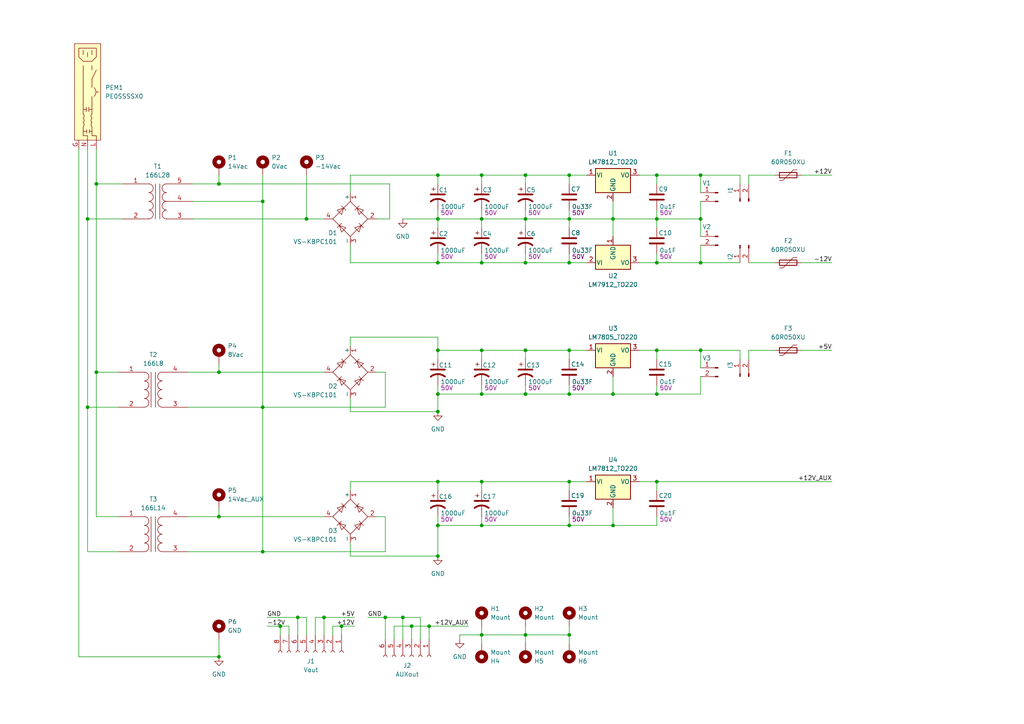
<source format=kicad_sch>
(kicad_sch (version 20250114) (generator "eeschema") (generator_version "9.0")
  (paper "A4")
  (title_block (title "Monitoring PSU") (date "2026-01-25") (rev "1") (comment 1 "ZOE Module: PSU-002"))
  (lib_symbols
    (symbol "Connector:Conn_01x02_Pin" (pin_names (offset 1.016) (hide yes))
      (property "Reference" "J" (at 0 2.54 0))
      (property "Value" "Conn_01x02_Pin" (at 0 -5.08 0))
      (symbol "Conn_01x02_Pin_1_1"
        (rectangle (start 0.8636 0.127) (end 0 -0.127) (stroke (width 0.1524)) (fill (type outline)))
        (rectangle (start 0.8636 -2.413) (end 0 -2.667) (stroke (width 0.1524)) (fill (type outline)))
        (polyline (pts (xy 1.27 0) (xy 0.8636 0)) (stroke (width 0.1524)))
        (polyline (pts (xy 1.27 -2.54) (xy 0.8636 -2.54)) (stroke (width 0.1524)))
        (pin passive line (at 5.08 0 180) (length 3.81) (name "Pin_1") (number "1"))
        (pin passive line (at 5.08 -2.54 180) (length 3.81) (name "Pin_2") (number "2"))
      )
    )
    (symbol "Connector:Conn_01x06_Socket" (pin_names (offset 1.016) (hide yes))
      (property "Reference" "J" (at 0 7.62 0))
      (property "Value" "Conn_01x06_Socket" (at 0 -10.16 0))
      (symbol "Conn_01x06_Socket_1_1"
        (polyline (pts (xy -1.27 5.08) (xy -0.508 5.08)) (stroke (width 0.1524)))
        (polyline (pts (xy -1.27 2.54) (xy -0.508 2.54)) (stroke (width 0.1524)))
        (polyline (pts (xy -1.27 0) (xy -0.508 0)) (stroke (width 0.1524)))
        (polyline (pts (xy -1.27 -2.54) (xy -0.508 -2.54)) (stroke (width 0.1524)))
        (polyline (pts (xy -1.27 -5.08) (xy -0.508 -5.08)) (stroke (width 0.1524)))
        (polyline (pts (xy -1.27 -7.62) (xy -0.508 -7.62)) (stroke (width 0.1524)))
        (arc (start 0 4.572) (mid -0.5058 5.08) (end 0 5.588) (stroke (width 0.1524)))
        (arc (start 0 2.032) (mid -0.5058 2.54) (end 0 3.048) (stroke (width 0.1524)))
        (arc (start 0 -0.508) (mid -0.5058 0) (end 0 0.508) (stroke (width 0.1524)))
        (arc (start 0 -3.048) (mid -0.5058 -2.54) (end 0 -2.032) (stroke (width 0.1524)))
        (arc (start 0 -5.588) (mid -0.5058 -5.08) (end 0 -4.572) (stroke (width 0.1524)))
        (arc (start 0 -8.128) (mid -0.5058 -7.62) (end 0 -7.112) (stroke (width 0.1524)))
        (pin passive line (at -5.08 5.08 0) (length 3.81) (name "Pin_1") (number "1"))
        (pin passive line (at -5.08 2.54 0) (length 3.81) (name "Pin_2") (number "2"))
        (pin passive line (at -5.08 0 0) (length 3.81) (name "Pin_3") (number "3"))
        (pin passive line (at -5.08 -2.54 0) (length 3.81) (name "Pin_4") (number "4"))
        (pin passive line (at -5.08 -5.08 0) (length 3.81) (name "Pin_5") (number "5"))
        (pin passive line (at -5.08 -7.62 0) (length 3.81) (name "Pin_6") (number "6"))
      )
    )
    (symbol "Connector:Conn_01x08_Socket" (pin_names (offset 1.016) (hide yes))
      (property "Reference" "J" (at 0 10.16 0))
      (property "Value" "Conn_01x08_Socket" (at 0 -12.7 0))
      (symbol "Conn_01x08_Socket_1_1"
        (polyline (pts (xy -1.27 7.62) (xy -0.508 7.62)) (stroke (width 0.1524)))
        (polyline (pts (xy -1.27 5.08) (xy -0.508 5.08)) (stroke (width 0.1524)))
        (polyline (pts (xy -1.27 2.54) (xy -0.508 2.54)) (stroke (width 0.1524)))
        (polyline (pts (xy -1.27 0) (xy -0.508 0)) (stroke (width 0.1524)))
        (polyline (pts (xy -1.27 -2.54) (xy -0.508 -2.54)) (stroke (width 0.1524)))
        (polyline (pts (xy -1.27 -5.08) (xy -0.508 -5.08)) (stroke (width 0.1524)))
        (polyline (pts (xy -1.27 -7.62) (xy -0.508 -7.62)) (stroke (width 0.1524)))
        (polyline (pts (xy -1.27 -10.16) (xy -0.508 -10.16)) (stroke (width 0.1524)))
        (arc (start 0 7.112) (mid -0.5058 7.62) (end 0 8.128) (stroke (width 0.1524)))
        (arc (start 0 4.572) (mid -0.5058 5.08) (end 0 5.588) (stroke (width 0.1524)))
        (arc (start 0 2.032) (mid -0.5058 2.54) (end 0 3.048) (stroke (width 0.1524)))
        (arc (start 0 -0.508) (mid -0.5058 0) (end 0 0.508) (stroke (width 0.1524)))
        (arc (start 0 -3.048) (mid -0.5058 -2.54) (end 0 -2.032) (stroke (width 0.1524)))
        (arc (start 0 -5.588) (mid -0.5058 -5.08) (end 0 -4.572) (stroke (width 0.1524)))
        (arc (start 0 -8.128) (mid -0.5058 -7.62) (end 0 -7.112) (stroke (width 0.1524)))
        (arc (start 0 -10.668) (mid -0.5058 -10.16) (end 0 -9.652) (stroke (width 0.1524)))
        (pin passive line (at -5.08 7.62 0) (length 3.81) (name "Pin_1") (number "1"))
        (pin passive line (at -5.08 5.08 0) (length 3.81) (name "Pin_2") (number "2"))
        (pin passive line (at -5.08 2.54 0) (length 3.81) (name "Pin_3") (number "3"))
        (pin passive line (at -5.08 0 0) (length 3.81) (name "Pin_4") (number "4"))
        (pin passive line (at -5.08 -2.54 0) (length 3.81) (name "Pin_5") (number "5"))
        (pin passive line (at -5.08 -5.08 0) (length 3.81) (name "Pin_6") (number "6"))
        (pin passive line (at -5.08 -7.62 0) (length 3.81) (name "Pin_7") (number "7"))
        (pin passive line (at -5.08 -10.16 0) (length 3.81) (name "Pin_8") (number "8"))
      )
    )
    (symbol "Device:C" (pin_numbers (hide yes)) (pin_names (offset 0.254))
      (property "Reference" "C" (at 0.635 2.54 0))
      (property "Value" "C" (at 0.635 -2.54 0))
      (symbol "C_0_1"
        (polyline (pts (xy -2.032 0.762) (xy 2.032 0.762)) (stroke (width 0.508)))
        (polyline (pts (xy -2.032 -0.762) (xy 2.032 -0.762)) (stroke (width 0.508)))
      )
      (symbol "C_1_1"
        (pin passive line (at 0 3.81 270) (length 2.794) (name "~") (number "1"))
        (pin passive line (at 0 -3.81 90) (length 2.794) (name "~") (number "2"))
      )
    )
    (symbol "Device:C_Polarized_US" (pin_numbers (hide yes)) (pin_names (offset 0.254) (hide yes))
      (property "Reference" "C" (at 0.635 2.54 0))
      (property "Value" "C_Polarized_US" (at 0.635 -2.54 0))
      (symbol "C_Polarized_US_0_1"
        (polyline (pts (xy -2.032 0.762) (xy 2.032 0.762)) (stroke (width 0.508)))
        (polyline (pts (xy -1.778 2.286) (xy -0.762 2.286)))
        (polyline (pts (xy -1.27 1.778) (xy -1.27 2.794)))
        (arc (start -2.032 -1.27) (mid 0 -0.5572) (end 2.032 -1.27) (stroke (width 0.508)))
      )
      (symbol "C_Polarized_US_1_1"
        (pin passive line (at 0 3.81 270) (length 2.794) (name "~") (number "1"))
        (pin passive line (at 0 -3.81 90) (length 3.302) (name "~") (number "2"))
      )
    )
    (symbol "Device:Polyfuse" (pin_numbers (hide yes)) (pin_names (offset 0))
      (property "Reference" "F" (at -2.54 0 90))
      (property "Value" "Polyfuse" (at 2.54 0 90))
      (symbol "Polyfuse_0_1"
        (polyline (pts (xy -1.524 2.54) (xy -1.524 1.524) (xy 1.524 -1.524) (xy 1.524 -2.54)))
        (rectangle (start -0.762 2.54) (end 0.762 -2.54) (stroke (width 0.254)))
        (polyline (pts (xy 0 2.54) (xy 0 -2.54)))
      )
      (symbol "Polyfuse_1_1"
        (pin passive line (at 0 3.81 270) (length 1.27) (name "~") (number "1"))
        (pin passive line (at 0 -3.81 90) (length 1.27) (name "~") (number "2"))
      )
    )
    (symbol "Device:Transformer_1P_1S" (pin_names (offset 1.016) (hide yes))
      (property "Reference" "T" (at 0 6.35 0))
      (property "Value" "Transformer_1P_1S" (at 0 -7.62 0))
      (symbol "Transformer_1P_1S_0_1"
        (arc (start -1.27 3.81) (mid -1.656 2.9336) (end -2.54 2.5654))
        (arc (start -1.27 1.27) (mid -1.656 0.3936) (end -2.54 0.0254))
        (arc (start -1.27 -1.27) (mid -1.656 -2.1464) (end -2.54 -2.5146))
        (arc (start -1.27 -3.81) (mid -1.656 -4.6864) (end -2.54 -5.0546))
        (arc (start -2.54 5.08) (mid -1.642 4.708) (end -1.27 3.81))
        (arc (start -2.54 2.54) (mid -1.642 2.168) (end -1.27 1.27))
        (arc (start -2.54 0) (mid -1.642 -0.372) (end -1.27 -1.27))
        (arc (start -2.54 -2.54) (mid -1.642 -2.912) (end -1.27 -3.81))
        (polyline (pts (xy -0.635 5.08) (xy -0.635 -5.08)))
        (polyline (pts (xy 0.635 -5.08) (xy 0.635 5.08)))
        (arc (start 1.2954 3.81) (mid 1.6457 4.7117) (end 2.54 5.08))
        (arc (start 1.2954 1.27) (mid 1.6457 2.1717) (end 2.54 2.54))
        (arc (start 1.2954 -1.27) (mid 1.6457 -0.3683) (end 2.54 0))
        (arc (start 2.54 2.5654) (mid 1.6599 2.9299) (end 1.2954 3.81))
        (arc (start 2.54 0.0254) (mid 1.6599 0.3899) (end 1.2954 1.27))
        (arc (start 2.54 -2.5146) (mid 1.6599 -2.1501) (end 1.2954 -1.27))
        (arc (start 1.3208 -3.81) (mid 1.6711 -2.9085) (end 2.5654 -2.54))
        (arc (start 2.5654 -5.0546) (mid 1.6851 -4.6902) (end 1.3208 -3.81))
      )
      (symbol "Transformer_1P_1S_1_1"
        (pin passive line (at -10.16 5.08 0) (length 7.62) (name "AA") (number "1"))
        (pin passive line (at -10.16 -5.08 0) (length 7.62) (name "AB") (number "2"))
        (pin passive line (at 10.16 5.08 180) (length 7.62) (name "SB") (number "4"))
        (pin passive line (at 10.16 -5.08 180) (length 7.62) (name "SA") (number "3"))
      )
    )
    (symbol "Device:Transformer_1P_SS" (pin_names (offset 1.016) (hide yes))
      (property "Reference" "T" (at 0 6.35 0))
      (property "Value" "Transformer_1P_SS" (at 0 -7.62 0))
      (symbol "Transformer_1P_SS_0_1"
        (arc (start -1.27 3.81) (mid -1.656 2.9336) (end -2.54 2.5654))
        (arc (start -1.27 1.27) (mid -1.656 0.3936) (end -2.54 0.0254))
        (arc (start -1.27 -1.27) (mid -1.656 -2.1464) (end -2.54 -2.5146))
        (arc (start -1.27 -3.81) (mid -1.656 -4.6864) (end -2.54 -5.0546))
        (arc (start -2.54 5.08) (mid -1.642 4.708) (end -1.27 3.81))
        (arc (start -2.54 2.54) (mid -1.642 2.168) (end -1.27 1.27))
        (arc (start -2.54 0) (mid -1.642 -0.372) (end -1.27 -1.27))
        (arc (start -2.54 -2.54) (mid -1.642 -2.912) (end -1.27 -3.81))
        (polyline (pts (xy -0.635 5.08) (xy -0.635 -5.08)))
        (polyline (pts (xy 0.635 -5.08) (xy 0.635 5.08)))
        (arc (start 1.2954 3.81) (mid 1.6457 4.7117) (end 2.54 5.08))
        (arc (start 1.2954 1.27) (mid 1.6457 2.1717) (end 2.54 2.54))
        (arc (start 1.2954 -1.27) (mid 1.6457 -0.3683) (end 2.54 0))
        (arc (start 2.54 2.5654) (mid 1.6599 2.9299) (end 1.2954 3.81))
        (arc (start 2.54 0.0254) (mid 1.6599 0.3899) (end 1.2954 1.27))
        (arc (start 2.54 -2.5146) (mid 1.6599 -2.1501) (end 1.2954 -1.27))
        (arc (start 1.3208 -3.81) (mid 1.6711 -2.9085) (end 2.5654 -2.54))
        (arc (start 2.5654 -5.0546) (mid 1.6851 -4.6902) (end 1.3208 -3.81))
      )
      (symbol "Transformer_1P_SS_1_1"
        (pin passive line (at -10.16 5.08 0) (length 7.62) (name "AA") (number "1"))
        (pin passive line (at -10.16 -5.08 0) (length 7.62) (name "AB") (number "2"))
        (pin passive line (at 10.16 5.08 180) (length 7.62) (name "SB") (number "5"))
        (pin passive line (at 10.16 0 180) (length 7.62) (name "SC") (number "4"))
        (pin passive line (at 10.16 -5.08 180) (length 7.62) (name "SA") (number "3"))
      )
    )
    (symbol "Diode_Bridge:VS-KBPC101" (pin_names (offset 0))
      (property "Reference" "D" (at 2.54 6.985 0))
      (property "Value" "VS-KBPC101" (at 2.54 5.08 0))
      (symbol "VS-KBPC101_0_1"
        (polyline (pts (xy -5.08 0) (xy 0 -5.08) (xy 5.08 0) (xy 0 5.08) (xy -5.08 0)))
        (polyline (pts (xy -3.81 2.54) (xy -2.54 1.27) (xy -1.905 3.175) (xy -3.81 2.54)))
        (polyline (pts (xy -2.54 3.81) (xy -1.27 2.54)))
        (polyline (pts (xy -2.54 -1.27) (xy -3.81 -2.54) (xy -1.905 -3.175) (xy -2.54 -1.27)))
        (polyline (pts (xy -1.27 -2.54) (xy -2.54 -3.81)))
        (polyline (pts (xy 1.27 2.54) (xy 2.54 3.81) (xy 3.175 1.905) (xy 1.27 2.54)))
        (polyline (pts (xy 2.54 1.27) (xy 3.81 2.54)))
        (polyline (pts (xy 2.54 -1.27) (xy 3.81 -2.54)))
        (polyline (pts (xy 3.175 -1.905) (xy 1.27 -2.54) (xy 2.54 -3.81) (xy 3.175 -1.905)))
      )
      (symbol "VS-KBPC101_1_1"
        (pin passive line (at -7.62 0 0) (length 2.54) (name "-") (number "3"))
        (pin passive line (at 0 7.62 270) (length 2.54) (name "~") (number "4"))
        (pin passive line (at 0 -7.62 90) (length 2.54) (name "~") (number "2"))
        (pin passive line (at 7.62 0 180) (length 2.54) (name "+") (number "1"))
      )
    )
    (symbol "Mechanical:MountingHole_Pad" (pin_numbers (hide yes)) (pin_names (offset 1.016) (hide yes)) (in_bom no)
      (property "Reference" "H" (at 0 6.35 0))
      (property "Value" "MountingHole_Pad" (at 0 4.445 0))
      (symbol "MountingHole_Pad_0_1"
        (circle (center 0 1.27) (radius 1.27) (stroke (width 1.27)))
      )
      (symbol "MountingHole_Pad_1_1"
        (pin input line (at 0 -2.54 90) (length 2.54) (name "1") (number "1"))
      )
    )
    (symbol "Molly_Custom_OffBoard:Corcom_PEM" (on_board no)
      (property "Reference" "PEM" (at 0 4.826 0))
      (symbol "Corcom_PEM_0_1"
        (polyline (pts (xy -12.7 -1.27) (xy -12.7 2.54) (xy -10.16 2.54) (xy -8.89 1.27) (xy -8.89 -1.27) (xy -10.16 -2.54) (xy -12.7 -2.54) (xy -12.7 -1.27)))
        (polyline (pts (xy -12.065 1.27) (xy -10.795 1.27)))
        (polyline (pts (xy -12.065 -1.27) (xy -10.795 -1.27)))
        (polyline (pts (xy -11.43 0) (xy -10.16 0)))
        (polyline (pts (xy -7.62 1.27) (xy -6.35 1.27)))
        (polyline (pts (xy -7.62 -1.27) (xy -1.27 -1.27)))
        (polyline (pts (xy -6.35 2.54) (xy -3.81 1.27)))
        (polyline (pts (xy -3.81 1.27) (xy -1.27 1.27)))
        (polyline (pts (xy -1.27 -1.27) (xy 6.35 -1.27)))
        (polyline (pts (xy 0 2.54) (xy 0 3.175)))
        (arc (start -1.27 1.905) (mid 0 2.4311) (end 1.27 1.905))
        (polyline (pts (xy 1.27 1.27) (xy 3.81 1.27)))
        (polyline (pts (xy 4.445 0.381) (xy 5.715 0.381)))
        (polyline (pts (xy 4.445 -0.381) (xy 5.715 -0.381)))
        (polyline (pts (xy 5.08 1.27) (xy 6.35 1.27)))
        (polyline (pts (xy 5.08 0.508) (xy 5.08 1.27) (xy 3.81 1.27)))
        (polyline (pts (xy 5.08 -0.508) (xy 5.08 -1.27)))
        (arc (start 7.62 1.27) (mid 6.985 1.007) (end 6.35 1.27))
        (arc (start 6.35 -1.27) (mid 6.985 -1.007) (end 7.62 -1.27))
        (arc (start 8.89 1.27) (mid 8.255 1.007) (end 7.62 1.27))
        (arc (start 7.62 -1.27) (mid 8.255 -1.007) (end 8.89 -1.27))
        (arc (start 10.16 1.27) (mid 9.525 1.007) (end 8.89 1.27))
        (arc (start 8.89 -1.27) (mid 9.525 -1.007) (end 10.16 -1.27))
        (polyline (pts (xy 10.16 1.27) (xy 11.43 1.27)))
        (polyline (pts (xy 10.16 -1.27) (xy 11.43 -1.27)))
        (polyline (pts (xy 10.922 0.508) (xy 11.938 0.508)))
        (polyline (pts (xy 10.922 -0.254) (xy 11.938 -0.254)))
        (polyline (pts (xy 11.43 1.27) (xy 12.7 1.27) (xy 12.7 2.54) (xy 13.97 2.54)))
        (polyline (pts (xy 11.43 0.508) (xy 11.43 1.27)))
        (polyline (pts (xy 11.43 -1.27) (xy 11.43 -0.254)))
        (polyline (pts (xy 13.97 0) (xy 12.7 0) (xy 12.7 -1.27) (xy 11.43 -1.27)))
      )
      (symbol "Corcom_PEM_1_1"
        (rectangle (start -13.97 3.81) (end 13.97 -3.81) (fill (type background)))
        (pin output line (at 16.51 2.54 180) (length 2.54) (name "") (number "L"))
        (pin output line (at 16.51 0 180) (length 2.54) (name "") (number "N"))
        (pin output line (at 16.51 -2.54 180) (length 2.54) (name "") (number "G"))
      )
    )
    (symbol "Regulator_Linear:LM7805_TO220" (pin_names (offset 0.254))
      (property "Reference" "U" (at -3.81 3.175 0))
      (property "Value" "LM7805_TO220" (at 0 3.175 0))
      (symbol "LM7805_TO220_0_1"
        (rectangle (start -5.08 1.905) (end 5.08 -5.08) (stroke (width 0.254)) (fill (type background)))
      )
      (symbol "LM7805_TO220_1_1"
        (pin power_in line (at -7.62 0 0) (length 2.54) (name "VI") (number "1"))
        (pin power_in line (at 0 -7.62 90) (length 2.54) (name "GND") (number "2"))
        (pin power_out line (at 7.62 0 180) (length 2.54) (name "VO") (number "3"))
      )
    )
    (symbol "Regulator_Linear:LM7812_TO220" (pin_names (offset 0.254))
      (property "Reference" "U" (at -3.81 3.175 0))
      (property "Value" "LM7812_TO220" (at 0 3.175 0))
      (symbol "LM7812_TO220_0_1"
        (rectangle (start -5.08 1.905) (end 5.08 -5.08) (stroke (width 0.254)) (fill (type background)))
      )
      (symbol "LM7812_TO220_1_1"
        (pin power_in line (at -7.62 0 0) (length 2.54) (name "VI") (number "1"))
        (pin power_in line (at 0 -7.62 90) (length 2.54) (name "GND") (number "2"))
        (pin power_out line (at 7.62 0 180) (length 2.54) (name "VO") (number "3"))
      )
    )
    (symbol "Regulator_Linear:LM7912_TO220" (pin_names (offset 0.254))
      (property "Reference" "U" (at -3.81 -3.175 0))
      (property "Value" "LM7912_TO220" (at 0 -3.175 0))
      (symbol "LM7912_TO220_0_1"
        (rectangle (start -5.08 5.08) (end 5.08 -1.905) (stroke (width 0.254)) (fill (type background)))
      )
      (symbol "LM7912_TO220_1_1"
        (pin power_in line (at -7.62 0 0) (length 2.54) (name "VI") (number "2"))
        (pin power_in line (at 0 7.62 270) (length 2.54) (name "GND") (number "1"))
        (pin power_out line (at 7.62 0 180) (length 2.54) (name "VO") (number "3"))
      )
    )
    (symbol "power:GND" (power) (pin_numbers (hide yes)) (pin_names (offset 0) (hide yes))
      (property "Value" "GND" (at 0 -3.81 0))
      (symbol "GND_0_1"
        (polyline (pts (xy 0 0) (xy 0 -1.27) (xy 1.27 -1.27) (xy 0 -2.54) (xy -1.27 -1.27) (xy 0 -1.27)))
      )
      (symbol "GND_1_1"
        (pin power_in line (at 0 0 270) (length 0) (name "~") (number "1"))
      )
    )
  )
  (junction (at 165.1 114.3))
  (junction (at 152.4 114.3))
  (junction (at 111.76 179.07))
  (junction (at 27.94 53.34))
  (junction (at 139.7 101.6))
  (junction (at 139.7 152.4))
  (junction (at 86.36 179.07))
  (junction (at 190.5 101.6))
  (junction (at 177.8 152.4))
  (junction (at 139.7 50.8))
  (junction (at 203.2 50.8))
  (junction (at 203.2 101.6))
  (junction (at 127 139.7))
  (junction (at 127 152.4))
  (junction (at 165.1 184.15))
  (junction (at 63.5 190.5))
  (junction (at 139.7 63.5))
  (junction (at 63.5 107.95))
  (junction (at 25.4 63.5))
  (junction (at 165.1 63.5))
  (junction (at 127 161.29))
  (junction (at 139.7 76.2))
  (junction (at 152.4 76.2))
  (junction (at 63.5 149.86))
  (junction (at 93.98 179.07))
  (junction (at 63.5 53.34))
  (junction (at 177.8 63.5))
  (junction (at 203.2 76.2))
  (junction (at 99.06 181.61))
  (junction (at 25.4 118.11))
  (junction (at 165.1 152.4))
  (junction (at 127 114.3))
  (junction (at 152.4 50.8))
  (junction (at 152.4 63.5))
  (junction (at 76.2 58.42))
  (junction (at 165.1 76.2))
  (junction (at 124.46 181.61))
  (junction (at 190.5 76.2))
  (junction (at 116.84 179.07))
  (junction (at 190.5 114.3))
  (junction (at 127 50.8))
  (junction (at 139.7 139.7))
  (junction (at 203.2 63.5))
  (junction (at 127 63.5))
  (junction (at 190.5 50.8))
  (junction (at 119.38 181.61))
  (junction (at 152.4 101.6))
  (junction (at 81.28 181.61))
  (junction (at 27.94 107.95))
  (junction (at 152.4 184.15))
  (junction (at 76.2 118.11))
  (junction (at 165.1 50.8))
  (junction (at 165.1 139.7))
  (junction (at 88.9 63.5))
  (junction (at 177.8 114.3))
  (junction (at 139.7 114.3))
  (junction (at 190.5 139.7))
  (junction (at 127 101.6))
  (junction (at 127 76.2))
  (junction (at 165.1 101.6))
  (junction (at 190.5 63.5))
  (junction (at 139.7 184.15))
  (junction (at 76.2 160.02))
  (junction (at 127 119.38))
  (wire (pts (xy 139.7 139.7) (xy 139.7 142.24)))
  (wire (pts (xy 101.6 50.8) (xy 127 50.8)))
  (wire (pts (xy 139.7 60.96) (xy 139.7 63.5)))
  (wire (pts (xy 111.76 107.95) (xy 109.22 107.95)))
  (wire (pts (xy 127 63.5) (xy 127 66.04)))
  (wire (pts (xy 232.41 50.8) (xy 241.3 50.8)))
  (wire (pts (xy 152.4 50.8) (xy 152.4 53.34)))
  (wire (pts (xy 165.1 63.5) (xy 177.8 63.5)))
  (wire (pts (xy 99.06 181.61) (xy 99.06 184.15)))
  (wire (pts (xy 127 104.14) (xy 127 101.6)))
  (wire (pts (xy 76.2 118.11) (xy 111.76 118.11)))
  (wire (pts (xy 101.6 142.24) (xy 101.6 139.7)))
  (wire (pts (xy 152.4 114.3) (xy 139.7 114.3)))
  (wire (pts (xy 190.5 152.4) (xy 190.5 149.86)))
  (wire (pts (xy 127 76.2) (xy 139.7 76.2)))
  (wire (pts (xy 114.3 181.61) (xy 114.3 185.42)))
  (wire (pts (xy 190.5 101.6) (xy 190.5 104.14)))
  (wire (pts (xy 88.9 63.5) (xy 88.9 50.8)))
  (wire (pts (xy 91.44 179.07) (xy 93.98 179.07)))
  (wire (pts (xy 99.06 181.61) (xy 102.87 181.61)))
  (wire (pts (xy 135.89 181.61) (xy 124.46 181.61)))
  (wire (pts (xy 139.7 114.3) (xy 127 114.3)))
  (wire (pts (xy 190.5 76.2) (xy 203.2 76.2)))
  (wire (pts (xy 121.92 185.42) (xy 121.92 179.07)))
  (wire (pts (xy 177.8 63.5) (xy 177.8 68.58)))
  (wire (pts (xy 83.82 184.15) (xy 83.82 181.61)))
  (wire (pts (xy 101.6 97.79) (xy 127 97.79)))
  (wire (pts (xy 214.63 101.6) (xy 214.63 104.14)))
  (wire (pts (xy 76.2 58.42) (xy 76.2 118.11)))
  (wire (pts (xy 63.5 185.42) (xy 63.5 190.5)))
  (wire (pts (xy 25.4 118.11) (xy 34.29 118.11)))
  (wire (pts (xy 139.7 184.15) (xy 152.4 184.15)))
  (wire (pts (xy 121.92 179.07) (xy 116.84 179.07)))
  (wire (pts (xy 119.38 181.61) (xy 119.38 185.42)))
  (wire (pts (xy 139.7 76.2) (xy 152.4 76.2)))
  (wire (pts (xy 190.5 60.96) (xy 190.5 63.5)))
  (wire (pts (xy 217.17 53.34) (xy 217.17 50.8)))
  (wire (pts (xy 116.84 179.07) (xy 116.84 185.42)))
  (wire (pts (xy 34.29 149.86) (xy 27.94 149.86)))
  (wire (pts (xy 54.61 107.95) (xy 63.5 107.95)))
  (wire (pts (xy 190.5 50.8) (xy 203.2 50.8)))
  (wire (pts (xy 190.5 50.8) (xy 190.5 53.34)))
  (wire (pts (xy 165.1 111.76) (xy 165.1 114.3)))
  (wire (pts (xy 152.4 111.76) (xy 152.4 114.3)))
  (wire (pts (xy 165.1 139.7) (xy 170.18 139.7)))
  (wire (pts (xy 133.35 184.15) (xy 139.7 184.15)))
  (wire (pts (xy 165.1 101.6) (xy 165.1 104.14)))
  (wire (pts (xy 127 60.96) (xy 127 63.5)))
  (wire (pts (xy 133.35 184.15) (xy 133.35 185.42)))
  (wire (pts (xy 93.98 179.07) (xy 102.87 179.07)))
  (wire (pts (xy 139.7 73.66) (xy 139.7 76.2)))
  (wire (pts (xy 165.1 101.6) (xy 170.18 101.6)))
  (wire (pts (xy 165.1 76.2) (xy 170.18 76.2)))
  (wire (pts (xy 22.86 190.5) (xy 22.86 43.18)))
  (wire (pts (xy 127 63.5) (xy 139.7 63.5)))
  (wire (pts (xy 217.17 104.14) (xy 217.17 101.6)))
  (wire (pts (xy 127 50.8) (xy 139.7 50.8)))
  (wire (pts (xy 152.4 101.6) (xy 152.4 104.14)))
  (wire (pts (xy 177.8 58.42) (xy 177.8 63.5)))
  (wire (pts (xy 190.5 114.3) (xy 203.2 114.3)))
  (wire (pts (xy 139.7 101.6) (xy 139.7 104.14)))
  (wire (pts (xy 232.41 101.6) (xy 241.3 101.6)))
  (wire (pts (xy 165.1 114.3) (xy 152.4 114.3)))
  (wire (pts (xy 232.41 76.2) (xy 241.3 76.2)))
  (wire (pts (xy 152.4 73.66) (xy 152.4 76.2)))
  (wire (pts (xy 127 152.4) (xy 139.7 152.4)))
  (wire (pts (xy 152.4 50.8) (xy 165.1 50.8)))
  (wire (pts (xy 139.7 63.5) (xy 152.4 63.5)))
  (wire (pts (xy 54.61 118.11) (xy 76.2 118.11)))
  (wire (pts (xy 139.7 149.86) (xy 139.7 152.4)))
  (wire (pts (xy 165.1 181.61) (xy 165.1 184.15)))
  (wire (pts (xy 139.7 50.8) (xy 139.7 53.34)))
  (wire (pts (xy 119.38 181.61) (xy 124.46 181.61)))
  (wire (pts (xy 101.6 139.7) (xy 127 139.7)))
  (wire (pts (xy 111.76 118.11) (xy 111.76 107.95)))
  (wire (pts (xy 139.7 63.5) (xy 139.7 66.04)))
  (wire (pts (xy 139.7 111.76) (xy 139.7 114.3)))
  (wire (pts (xy 139.7 152.4) (xy 165.1 152.4)))
  (wire (pts (xy 165.1 152.4) (xy 177.8 152.4)))
  (wire (pts (xy 91.44 184.15) (xy 91.44 179.07)))
  (wire (pts (xy 63.5 53.34) (xy 113.03 53.34)))
  (wire (pts (xy 127 152.4) (xy 127 161.29)))
  (wire (pts (xy 111.76 160.02) (xy 111.76 149.86)))
  (wire (pts (xy 77.47 181.61) (xy 81.28 181.61)))
  (wire (pts (xy 63.5 50.8) (xy 63.5 53.34)))
  (wire (pts (xy 63.5 105.41) (xy 63.5 107.95)))
  (wire (pts (xy 54.61 149.86) (xy 63.5 149.86)))
  (wire (pts (xy 217.17 101.6) (xy 224.79 101.6)))
  (wire (pts (xy 165.1 60.96) (xy 165.1 63.5)))
  (wire (pts (xy 116.84 63.5) (xy 127 63.5)))
  (wire (pts (xy 217.17 50.8) (xy 224.79 50.8)))
  (wire (pts (xy 116.84 179.07) (xy 111.76 179.07)))
  (wire (pts (xy 63.5 147.32) (xy 63.5 149.86)))
  (wire (pts (xy 203.2 63.5) (xy 203.2 68.58)))
  (wire (pts (xy 185.42 50.8) (xy 190.5 50.8)))
  (wire (pts (xy 77.47 179.07) (xy 86.36 179.07)))
  (wire (pts (xy 127 114.3) (xy 127 111.76)))
  (wire (pts (xy 165.1 50.8) (xy 170.18 50.8)))
  (wire (pts (xy 106.68 179.07) (xy 111.76 179.07)))
  (wire (pts (xy 27.94 149.86) (xy 27.94 107.95)))
  (wire (pts (xy 111.76 179.07) (xy 111.76 185.42)))
  (wire (pts (xy 177.8 63.5) (xy 190.5 63.5)))
  (wire (pts (xy 127 139.7) (xy 139.7 139.7)))
  (wire (pts (xy 190.5 139.7) (xy 241.3 139.7)))
  (wire (pts (xy 152.4 184.15) (xy 152.4 186.69)))
  (wire (pts (xy 203.2 76.2) (xy 214.63 76.2)))
  (wire (pts (xy 152.4 63.5) (xy 165.1 63.5)))
  (wire (pts (xy 203.2 101.6) (xy 203.2 106.68)))
  (wire (pts (xy 127 139.7) (xy 127 142.24)))
  (wire (pts (xy 81.28 181.61) (xy 81.28 184.15)))
  (wire (pts (xy 25.4 63.5) (xy 35.56 63.5)))
  (wire (pts (xy 139.7 101.6) (xy 152.4 101.6)))
  (wire (pts (xy 217.17 76.2) (xy 224.79 76.2)))
  (wire (pts (xy 177.8 147.32) (xy 177.8 152.4)))
  (wire (pts (xy 101.6 100.33) (xy 101.6 97.79)))
  (wire (pts (xy 165.1 50.8) (xy 165.1 53.34)))
  (wire (pts (xy 190.5 63.5) (xy 203.2 63.5)))
  (wire (pts (xy 35.56 53.34) (xy 27.94 53.34)))
  (wire (pts (xy 165.1 63.5) (xy 165.1 66.04)))
  (wire (pts (xy 127 119.38) (xy 101.6 119.38)))
  (wire (pts (xy 101.6 119.38) (xy 101.6 115.57)))
  (wire (pts (xy 127 73.66) (xy 127 76.2)))
  (wire (pts (xy 190.5 101.6) (xy 203.2 101.6)))
  (wire (pts (xy 214.63 50.8) (xy 214.63 53.34)))
  (wire (pts (xy 63.5 149.86) (xy 93.98 149.86)))
  (wire (pts (xy 152.4 63.5) (xy 152.4 66.04)))
  (wire (pts (xy 203.2 50.8) (xy 203.2 55.88)))
  (wire (pts (xy 190.5 139.7) (xy 190.5 142.24)))
  (wire (pts (xy 177.8 109.22) (xy 177.8 114.3)))
  (wire (pts (xy 185.42 139.7) (xy 190.5 139.7)))
  (wire (pts (xy 185.42 76.2) (xy 190.5 76.2)))
  (wire (pts (xy 190.5 63.5) (xy 190.5 66.04)))
  (wire (pts (xy 177.8 114.3) (xy 165.1 114.3)))
  (wire (pts (xy 113.03 63.5) (xy 109.22 63.5)))
  (wire (pts (xy 114.3 181.61) (xy 119.38 181.61)))
  (wire (pts (xy 165.1 73.66) (xy 165.1 76.2)))
  (wire (pts (xy 152.4 181.61) (xy 152.4 184.15)))
  (wire (pts (xy 165.1 184.15) (xy 165.1 186.69)))
  (wire (pts (xy 86.36 179.07) (xy 88.9 179.07)))
  (wire (pts (xy 203.2 71.12) (xy 203.2 76.2)))
  (wire (pts (xy 165.1 139.7) (xy 165.1 142.24)))
  (wire (pts (xy 190.5 111.76) (xy 190.5 114.3)))
  (wire (pts (xy 93.98 179.07) (xy 93.98 184.15)))
  (wire (pts (xy 76.2 118.11) (xy 76.2 160.02)))
  (wire (pts (xy 54.61 160.02) (xy 76.2 160.02)))
  (wire (pts (xy 76.2 160.02) (xy 111.76 160.02)))
  (wire (pts (xy 25.4 160.02) (xy 25.4 118.11)))
  (wire (pts (xy 203.2 58.42) (xy 203.2 63.5)))
  (wire (pts (xy 127 161.29) (xy 101.6 161.29)))
  (wire (pts (xy 101.6 71.12) (xy 101.6 76.2)))
  (wire (pts (xy 152.4 60.96) (xy 152.4 63.5)))
  (wire (pts (xy 76.2 58.42) (xy 76.2 50.8)))
  (wire (pts (xy 101.6 161.29) (xy 101.6 157.48)))
  (wire (pts (xy 127 101.6) (xy 139.7 101.6)))
  (wire (pts (xy 152.4 184.15) (xy 165.1 184.15)))
  (wire (pts (xy 88.9 184.15) (xy 88.9 179.07)))
  (wire (pts (xy 127 50.8) (xy 127 53.34)))
  (wire (pts (xy 139.7 139.7) (xy 165.1 139.7)))
  (wire (pts (xy 127 97.79) (xy 127 101.6)))
  (wire (pts (xy 190.5 73.66) (xy 190.5 76.2)))
  (wire (pts (xy 185.42 101.6) (xy 190.5 101.6)))
  (wire (pts (xy 63.5 107.95) (xy 93.98 107.95)))
  (wire (pts (xy 113.03 53.34) (xy 113.03 63.5)))
  (wire (pts (xy 127 114.3) (xy 127 119.38)))
  (wire (pts (xy 25.4 118.11) (xy 25.4 63.5)))
  (wire (pts (xy 139.7 184.15) (xy 139.7 186.69)))
  (wire (pts (xy 165.1 149.86) (xy 165.1 152.4)))
  (wire (pts (xy 111.76 149.86) (xy 109.22 149.86)))
  (wire (pts (xy 55.88 63.5) (xy 88.9 63.5)))
  (wire (pts (xy 177.8 152.4) (xy 190.5 152.4)))
  (wire (pts (xy 127 149.86) (xy 127 152.4)))
  (wire (pts (xy 203.2 50.8) (xy 214.63 50.8)))
  (wire (pts (xy 152.4 76.2) (xy 165.1 76.2)))
  (wire (pts (xy 139.7 50.8) (xy 152.4 50.8)))
  (wire (pts (xy 203.2 101.6) (xy 214.63 101.6)))
  (wire (pts (xy 96.52 181.61) (xy 99.06 181.61)))
  (wire (pts (xy 34.29 107.95) (xy 27.94 107.95)))
  (wire (pts (xy 139.7 181.61) (xy 139.7 184.15)))
  (wire (pts (xy 88.9 63.5) (xy 93.98 63.5)))
  (wire (pts (xy 25.4 63.5) (xy 25.4 43.18)))
  (wire (pts (xy 55.88 58.42) (xy 76.2 58.42)))
  (wire (pts (xy 81.28 181.61) (xy 83.82 181.61)))
  (wire (pts (xy 177.8 114.3) (xy 190.5 114.3)))
  (wire (pts (xy 101.6 50.8) (xy 101.6 55.88)))
  (wire (pts (xy 96.52 184.15) (xy 96.52 181.61)))
  (wire (pts (xy 34.29 160.02) (xy 25.4 160.02)))
  (wire (pts (xy 86.36 179.07) (xy 86.36 184.15)))
  (wire (pts (xy 27.94 53.34) (xy 27.94 43.18)))
  (wire (pts (xy 203.2 114.3) (xy 203.2 109.22)))
  (wire (pts (xy 27.94 107.95) (xy 27.94 53.34)))
  (wire (pts (xy 152.4 101.6) (xy 165.1 101.6)))
  (wire (pts (xy 55.88 53.34) (xy 63.5 53.34)))
  (wire (pts (xy 63.5 190.5) (xy 22.86 190.5)))
  (wire (pts (xy 124.46 185.42) (xy 124.46 181.61)))
  (wire (pts (xy 101.6 76.2) (xy 127 76.2)))
  (label "+5V" (at 102.87 179.07 180))
  (label "GND" (at 106.68 179.07 0))
  (label "+12V_AUX" (at 135.89 181.61 180))
  (label "-12V" (at 77.47 181.61 0))
  (label "GND" (at 77.47 179.07 0))
  (label "+12V" (at 102.87 181.61 180))
  (label "-12V" (at 241.3 76.2 180))
  (label "+12V_AUX" (at 241.3 139.7 180))
  (label "+5V" (at 241.3 101.6 180))
  (label "+12V" (at 241.3 50.8 180))
  (symbol (lib_id "Regulator_Linear:LM7805_TO220") (at 177.8 101.6 0) (unit 1)
    (property "Reference" "U3" (at 177.8 95.25 0))
    (property "Value" "LM7805_TO220" (at 177.8 97.79 0))
    (property "Footprint" "Package_TO_SOT_THT:TO-220-3_Vertical" (effects (hide yes)))
    (property "Datasheet" "https://www.onsemi.cn/PowerSolutions/document/MC7800-D.PDF" (effects (hide yes)))
    (property "Description" "Positive 1A 35V Linear Regulator, Fixed Output 5V, TO-220" (effects (hide yes)))
  )
  (symbol (lib_id "Connector:Conn_01x02_Pin") (at 208.28 68.58 0) (mirror y) (unit 1) (in_bom no)
    (property "Reference" "V2" (at 204.978 65.786 0))
    (property "Footprint" "Connector_PinHeader_2.54mm:PinHeader_1x02_P2.54mm_Vertical" (effects (hide yes)))
    (property "Description" "Generic connector, single row, 01x02, script generated" (effects (hide yes)))
  )
  (symbol (lib_id "Device:C_Polarized_US") (at 127 69.85 0) (unit 1)
    (property "Reference" "C2" (at 127.254 67.818 0) (effects (justify left)))
    (property "Value" "1000uF" (at 127.762 72.644 0) (effects (justify left)))
    (property "Footprint" "Capacitor_THT:CP_Radial_D12.5mm_P5.00mm" (effects (hide yes)))
    (property "Description" "Polarized capacitor, US symbol" (effects (hide yes)))
    (property "Rating" "50V" (at 127.762 74.422 0) (effects (justify left)))
  )
  (symbol (lib_id "Device:C_Polarized_US") (at 127 57.15 0) (unit 1)
    (property "Reference" "C1" (at 127.254 55.118 0) (effects (justify left)))
    (property "Value" "1000uF" (at 127.762 59.944 0) (effects (justify left)))
    (property "Footprint" "Capacitor_THT:CP_Radial_D12.5mm_P5.00mm" (effects (hide yes)))
    (property "Description" "Polarized capacitor, US symbol" (effects (hide yes)))
    (property "Rating" "50V" (at 127.762 61.722 0) (effects (justify left)))
  )
  (symbol (lib_id "Device:C_Polarized_US") (at 152.4 57.15 0) (unit 1)
    (property "Reference" "C5" (at 152.654 55.118 0) (effects (justify left)))
    (property "Value" "1000uF" (at 153.162 59.944 0) (effects (justify left)))
    (property "Footprint" "Capacitor_THT:CP_Radial_D12.5mm_P5.00mm" (effects (hide yes)))
    (property "Description" "Polarized capacitor, US symbol" (effects (hide yes)))
    (property "Rating" "50V" (at 153.162 61.722 0) (effects (justify left)))
  )
  (symbol (lib_id "Device:C_Polarized_US") (at 127 146.05 0) (unit 1)
    (property "Reference" "C16" (at 127.254 144.018 0) (effects (justify left)))
    (property "Value" "1000uF" (at 127.762 148.844 0) (effects (justify left)))
    (property "Footprint" "Capacitor_THT:CP_Radial_D12.5mm_P5.00mm" (effects (hide yes)))
    (property "Description" "Polarized capacitor, US symbol" (effects (hide yes)))
    (property "Rating" "50V" (at 127.762 150.622 0) (effects (justify left)))
  )
  (symbol (lib_id "Mechanical:MountingHole_Pad") (at 63.5 182.88 0) (unit 1) (in_bom no)
    (property "Reference" "P6" (at 66.04 180.3399 0) (effects (justify left)))
    (property "Value" "GND" (at 66.04 182.8799 0) (effects (justify left)))
    (property "Footprint" "MountingHole:MountingHole_3.2mm_M3_Pad_Via" (effects (hide yes)))
    (property "Description" "Mounting Hole with connection" (effects (hide yes)))
  )
  (symbol (lib_id "Regulator_Linear:LM7812_TO220") (at 177.8 139.7 0) (unit 1)
    (property "Reference" "U4" (at 177.8 133.35 0))
    (property "Value" "LM7812_TO220" (at 177.8 135.89 0))
    (property "Footprint" "Package_TO_SOT_THT:TO-220-3_Vertical" (effects (hide yes)))
    (property "Datasheet" "https://www.onsemi.cn/PowerSolutions/document/MC7800-D.PDF" (effects (hide yes)))
    (property "Description" "Positive 1A 35V Linear Regulator, Fixed Output 12V, TO-220" (effects (hide yes)))
  )
  (symbol (lib_id "Diode_Bridge:VS-KBPC101") (at 101.6 107.95 90) (unit 1)
    (property "Reference" "D2" (at 96.52 112.014 90))
    (property "Value" "VS-KBPC101" (at 91.44 114.554 90))
    (property "Footprint" "Diode_THT:Diode_Bridge_Vishay_KBPC1" (effects (hide yes)))
    (property "Datasheet" "http://www.vishay.com/docs/93585/vs-kbpc1series.pdf" (effects (hide yes)))
    (property "Description" "Single-Phase Bridge Rectifier, 40V Vrms, 3.0A If, KBPC1 package" (effects (hide yes)))
  )
  (symbol (lib_id "Connector:Conn_01x02_Pin") (at 208.28 106.68 0) (mirror y) (unit 1) (in_bom no)
    (property "Reference" "V3" (at 204.978 103.886 0))
    (property "Footprint" "Connector_PinHeader_2.54mm:PinHeader_1x02_P2.54mm_Vertical" (effects (hide yes)))
    (property "Description" "Generic connector, single row, 01x02, script generated" (effects (hide yes)))
  )
  (symbol (lib_id "Mechanical:MountingHole_Pad") (at 63.5 48.26 0) (unit 1) (in_bom no)
    (property "Reference" "P1" (at 66.04 45.7199 0) (effects (justify left)))
    (property "Value" "14Vac" (at 66.04 48.2599 0) (effects (justify left)))
    (property "Footprint" "MountingHole:MountingHole_3.2mm_M3_Pad_Via" (effects (hide yes)))
    (property "Description" "Mounting Hole with connection" (effects (hide yes)))
  )
  (symbol (lib_id "Mechanical:MountingHole_Pad") (at 76.2 48.26 0) (unit 1) (in_bom no)
    (property "Reference" "P2" (at 78.74 45.7199 0) (effects (justify left)))
    (property "Value" "0Vac" (at 78.74 48.2599 0) (effects (justify left)))
    (property "Footprint" "MountingHole:MountingHole_3.2mm_M3_Pad_Via" (effects (hide yes)))
    (property "Description" "Mounting Hole with connection" (effects (hide yes)))
  )
  (symbol (lib_id "power:GND") (at 127 119.38 0) (unit 1)
    (property "Reference" "#PWR02" (effects (hide yes)))
    (property "Value" "GND" (at 127 124.46 0))
    (property "Description" "Power symbol creates a global label with name \"GND\" , ground" (effects (hide yes)))
  )
  (symbol (lib_id "Device:C") (at 190.5 57.15 0) (unit 1)
    (property "Reference" "C9" (at 191.008 54.864 0) (effects (justify left)))
    (property "Value" "0u1F" (at 191.262 59.944 0) (effects (justify left)))
    (property "Footprint" "Capacitor_THT:C_Rect_L9.0mm_W2.5mm_P7.50mm_MKT" (effects (hide yes)))
    (property "Description" "Unpolarized capacitor" (effects (hide yes)))
    (property "Rating" "50V" (at 191.262 61.722 0) (effects (justify left)))
  )
  (symbol (lib_id "Diode_Bridge:VS-KBPC101") (at 101.6 63.5 90) (unit 1)
    (property "Reference" "D1" (at 96.52 67.564 90))
    (property "Value" "VS-KBPC101" (at 91.44 70.104 90))
    (property "Footprint" "Diode_THT:Diode_Bridge_Vishay_KBPC1" (effects (hide yes)))
    (property "Datasheet" "http://www.vishay.com/docs/93585/vs-kbpc1series.pdf" (effects (hide yes)))
    (property "Description" "Single-Phase Bridge Rectifier, 40V Vrms, 3.0A If, KBPC1 package" (effects (hide yes)))
  )
  (symbol (lib_id "Mechanical:MountingHole_Pad") (at 152.4 189.23 0) (mirror x) (unit 1) (in_bom no)
    (property "Reference" "H5" (at 154.94 191.7701 0) (effects (justify left)))
    (property "Value" "Mount" (at 154.94 189.2301 0) (effects (justify left)))
    (property "Footprint" "MountingHole:MountingHole_3.2mm_M3_Pad_Via" (effects (hide yes)))
    (property "Description" "Mounting Hole with connection" (effects (hide yes)))
  )
  (symbol (lib_id "Device:C") (at 165.1 57.15 0) (unit 1)
    (property "Reference" "C7" (at 165.608 54.864 0) (effects (justify left)))
    (property "Value" "0u33F" (at 165.862 59.944 0) (effects (justify left)))
    (property "Footprint" "Capacitor_THT:C_Rect_L9.0mm_W2.5mm_P7.50mm_MKT" (effects (hide yes)))
    (property "Description" "Unpolarized capacitor" (effects (hide yes)))
    (property "Rating" "50V" (at 165.862 61.722 0) (effects (justify left)))
  )
  (symbol (lib_id "Device:C") (at 190.5 69.85 0) (unit 1)
    (property "Reference" "C10" (at 191.008 67.564 0) (effects (justify left)))
    (property "Value" "0u1F" (at 191.262 72.644 0) (effects (justify left)))
    (property "Footprint" "Capacitor_THT:C_Rect_L9.0mm_W2.5mm_P7.50mm_MKT" (effects (hide yes)))
    (property "Description" "Unpolarized capacitor" (effects (hide yes)))
    (property "Rating" "50V" (at 191.262 74.422 0) (effects (justify left)))
  )
  (symbol (lib_id "Device:C_Polarized_US") (at 152.4 69.85 0) (unit 1)
    (property "Reference" "C6" (at 152.654 67.818 0) (effects (justify left)))
    (property "Value" "1000uF" (at 153.162 72.644 0) (effects (justify left)))
    (property "Footprint" "Capacitor_THT:CP_Radial_D12.5mm_P5.00mm" (effects (hide yes)))
    (property "Description" "Polarized capacitor, US symbol" (effects (hide yes)))
    (property "Rating" "50V" (at 153.162 74.422 0) (effects (justify left)))
  )
  (symbol (lib_id "Mechanical:MountingHole_Pad") (at 139.7 189.23 0) (mirror x) (unit 1) (in_bom no)
    (property "Reference" "H4" (at 142.24 191.7701 0) (effects (justify left)))
    (property "Value" "Mount" (at 142.24 189.2301 0) (effects (justify left)))
    (property "Footprint" "MountingHole:MountingHole_3.2mm_M3_Pad_Via" (effects (hide yes)))
    (property "Description" "Mounting Hole with connection" (effects (hide yes)))
  )
  (symbol (lib_id "Device:C") (at 165.1 69.85 0) (unit 1)
    (property "Reference" "C8" (at 165.608 67.564 0) (effects (justify left)))
    (property "Value" "0u33F" (at 165.862 72.644 0) (effects (justify left)))
    (property "Footprint" "Capacitor_THT:C_Rect_L9.0mm_W2.5mm_P7.50mm_MKT" (effects (hide yes)))
    (property "Description" "Unpolarized capacitor" (effects (hide yes)))
    (property "Rating" "50V" (at 165.862 74.422 0) (effects (justify left)))
  )
  (symbol (lib_id "Regulator_Linear:LM7912_TO220") (at 177.8 76.2 0) (unit 1)
    (property "Reference" "U2" (at 177.8 80.01 0))
    (property "Value" "LM7912_TO220" (at 177.8 82.55 0))
    (property "Footprint" "Package_TO_SOT_THT:TO-220-3_Vertical" (effects (hide yes)))
    (property "Datasheet" "hhttps://www.onsemi.com/pub/Collateral/MC7900-D.PDF" (effects (hide yes)))
    (property "Description" "Negative 1A 35V Linear Regulator, Fixed Output 12V, TO-220" (effects (hide yes)))
  )
  (symbol (lib_id "power:GND") (at 63.5 190.5 0) (unit 1)
    (property "Reference" "#PWR05" (effects (hide yes)))
    (property "Value" "GND" (at 63.5 195.58 0))
    (property "Description" "Power symbol creates a global label with name \"GND\" , ground" (effects (hide yes)))
  )
  (symbol (lib_id "Device:Transformer_1P_1S") (at 44.45 113.03 0) (unit 1)
    (property "Reference" "T2" (at 44.4627 102.87 0))
    (property "Value" "166L8" (at 44.4627 105.41 0))
    (property "Description" "Transformer, single primary, single secondary" (effects (hide yes)))
  )
  (symbol (lib_id "Mechanical:MountingHole_Pad") (at 88.9 48.26 0) (unit 1) (in_bom no)
    (property "Reference" "P3" (at 91.44 45.7199 0) (effects (justify left)))
    (property "Value" "-14Vac" (at 91.44 48.2599 0) (effects (justify left)))
    (property "Footprint" "MountingHole:MountingHole_3.2mm_M3_Pad_Via" (effects (hide yes)))
    (property "Description" "Mounting Hole with connection" (effects (hide yes)))
  )
  (symbol (lib_id "Device:C_Polarized_US") (at 139.7 146.05 0) (unit 1)
    (property "Reference" "C17" (at 139.954 144.018 0) (effects (justify left)))
    (property "Value" "1000uF" (at 140.462 148.844 0) (effects (justify left)))
    (property "Footprint" "Capacitor_THT:CP_Radial_D12.5mm_P5.00mm" (effects (hide yes)))
    (property "Description" "Polarized capacitor, US symbol" (effects (hide yes)))
    (property "Rating" "50V" (at 140.462 150.622 0) (effects (justify left)))
  )
  (symbol (lib_id "Device:C") (at 190.5 146.05 0) (unit 1)
    (property "Reference" "C20" (at 191.008 143.764 0) (effects (justify left)))
    (property "Value" "0u1F" (at 191.262 148.844 0) (effects (justify left)))
    (property "Footprint" "Capacitor_THT:C_Rect_L9.0mm_W2.5mm_P7.50mm_MKT" (effects (hide yes)))
    (property "Description" "Unpolarized capacitor" (effects (hide yes)))
    (property "Rating" "50V" (at 191.262 150.622 0) (effects (justify left)))
  )
  (symbol (lib_id "Device:C_Polarized_US") (at 139.7 69.85 0) (unit 1)
    (property "Reference" "C4" (at 139.954 67.818 0) (effects (justify left)))
    (property "Value" "1000uF" (at 140.462 72.644 0) (effects (justify left)))
    (property "Footprint" "Capacitor_THT:CP_Radial_D12.5mm_P5.00mm" (effects (hide yes)))
    (property "Description" "Polarized capacitor, US symbol" (effects (hide yes)))
    (property "Rating" "50V" (at 140.462 74.422 0) (effects (justify left)))
  )
  (symbol (lib_id "Device:C_Polarized_US") (at 139.7 107.95 0) (unit 1)
    (property "Reference" "C12" (at 139.954 105.918 0) (effects (justify left)))
    (property "Value" "1000uF" (at 140.462 110.744 0) (effects (justify left)))
    (property "Footprint" "Capacitor_THT:CP_Radial_D12.5mm_P5.00mm" (effects (hide yes)))
    (property "Description" "Polarized capacitor, US symbol" (effects (hide yes)))
    (property "Rating" "50V" (at 140.462 112.522 0) (effects (justify left)))
  )
  (symbol (lib_id "Device:Polyfuse") (at 228.6 76.2 90) (unit 1)
    (property "Reference" "F2" (at 228.6 69.85 90))
    (property "Value" "60R050XU" (at 228.6 72.39 90))
    (property "Footprint" "Capacitor_THT:C_Axial_L5.1mm_D3.1mm_P7.50mm_Horizontal" (effects (hide yes)))
    (property "Description" "Resettable fuse, polymeric positive temperature coefficient" (effects (hide yes)))
  )
  (symbol (lib_id "Device:C") (at 165.1 146.05 0) (unit 1)
    (property "Reference" "C19" (at 165.608 143.764 0) (effects (justify left)))
    (property "Value" "0u33F" (at 165.862 148.844 0) (effects (justify left)))
    (property "Footprint" "Capacitor_THT:C_Rect_L9.0mm_W2.5mm_P7.50mm_MKT" (effects (hide yes)))
    (property "Description" "Unpolarized capacitor" (effects (hide yes)))
    (property "Rating" "50V" (at 165.862 150.622 0) (effects (justify left)))
  )
  (symbol (lib_id "Mechanical:MountingHole_Pad") (at 165.1 189.23 0) (mirror x) (unit 1) (in_bom no)
    (property "Reference" "H6" (at 167.64 191.7701 0) (effects (justify left)))
    (property "Value" "Mount" (at 167.64 189.2301 0) (effects (justify left)))
    (property "Footprint" "MountingHole:MountingHole_3.2mm_M3_Pad_Via" (effects (hide yes)))
    (property "Description" "Mounting Hole with connection" (effects (hide yes)))
  )
  (symbol (lib_id "Connector:Conn_01x06_Socket") (at 119.38 190.5 270) (unit 1)
    (property "Reference" "J2" (at 118.11 193.04 90))
    (property "Value" "AUXout" (at 118.11 195.58 90))
    (property "Footprint" "Connector_PinSocket_2.54mm:PinSocket_2x03_P2.54mm_Vertical" (effects (hide yes)))
    (property "Description" "Generic connector, single row, 01x06, script generated" (effects (hide yes)))
  )
  (symbol (lib_id "Diode_Bridge:VS-KBPC101") (at 101.6 149.86 90) (unit 1)
    (property "Reference" "D3" (at 96.52 153.924 90))
    (property "Value" "VS-KBPC101" (at 91.44 156.464 90))
    (property "Footprint" "Diode_THT:Diode_Bridge_Vishay_KBPC1" (effects (hide yes)))
    (property "Datasheet" "http://www.vishay.com/docs/93585/vs-kbpc1series.pdf" (effects (hide yes)))
    (property "Description" "Single-Phase Bridge Rectifier, 40V Vrms, 3.0A If, KBPC1 package" (effects (hide yes)))
  )
  (symbol (lib_id "Device:C_Polarized_US") (at 152.4 107.95 0) (unit 1)
    (property "Reference" "C13" (at 152.654 105.918 0) (effects (justify left)))
    (property "Value" "1000uF" (at 153.162 110.744 0) (effects (justify left)))
    (property "Footprint" "Capacitor_THT:CP_Radial_D12.5mm_P5.00mm" (effects (hide yes)))
    (property "Description" "Polarized capacitor, US symbol" (effects (hide yes)))
    (property "Rating" "50V" (at 153.162 112.522 0) (effects (justify left)))
  )
  (symbol (lib_id "Device:C") (at 190.5 107.95 0) (unit 1)
    (property "Reference" "C15" (at 191.008 105.664 0) (effects (justify left)))
    (property "Value" "0u1F" (at 191.262 110.744 0) (effects (justify left)))
    (property "Footprint" "Capacitor_THT:C_Rect_L9.0mm_W2.5mm_P7.50mm_MKT" (effects (hide yes)))
    (property "Description" "Unpolarized capacitor" (effects (hide yes)))
    (property "Rating" "50V" (at 191.262 112.522 0) (effects (justify left)))
  )
  (symbol (lib_id "power:GND") (at 127 161.29 0) (unit 1)
    (property "Reference" "#PWR04" (effects (hide yes)))
    (property "Value" "GND" (at 127 166.37 0))
    (property "Description" "Power symbol creates a global label with name \"GND\" , ground" (effects (hide yes)))
  )
  (symbol (lib_id "Mechanical:MountingHole_Pad") (at 63.5 102.87 0) (unit 1) (in_bom no)
    (property "Reference" "P4" (at 66.04 100.3299 0) (effects (justify left)))
    (property "Value" "8Vac" (at 66.04 102.8699 0) (effects (justify left)))
    (property "Footprint" "MountingHole:MountingHole_3.2mm_M3_Pad_Via" (effects (hide yes)))
    (property "Description" "Mounting Hole with connection" (effects (hide yes)))
  )
  (symbol (lib_id "Mechanical:MountingHole_Pad") (at 63.5 144.78 0) (unit 1) (in_bom no)
    (property "Reference" "P5" (at 66.04 142.2399 0) (effects (justify left)))
    (property "Value" "14Vac_AUX" (at 66.04 144.7799 0) (effects (justify left)))
    (property "Footprint" "MountingHole:MountingHole_3.2mm_M3_Pad_Via" (effects (hide yes)))
    (property "Description" "Mounting Hole with connection" (effects (hide yes)))
  )
  (symbol (lib_id "Connector:Conn_01x02_Pin") (at 208.28 55.88 0) (mirror y) (unit 1) (in_bom no)
    (property "Reference" "V1" (at 204.978 53.086 0))
    (property "Footprint" "Connector_PinHeader_2.54mm:PinHeader_1x02_P2.54mm_Vertical" (effects (hide yes)))
    (property "Description" "Generic connector, single row, 01x02, script generated" (effects (hide yes)))
  )
  (symbol (lib_id "Mechanical:MountingHole_Pad") (at 139.7 179.07 0) (unit 1) (in_bom no)
    (property "Reference" "H1" (at 142.24 176.5299 0) (effects (justify left)))
    (property "Value" "Mount" (at 142.24 179.0699 0) (effects (justify left)))
    (property "Footprint" "MountingHole:MountingHole_3.2mm_M3_Pad_Via" (effects (hide yes)))
    (property "Description" "Mounting Hole with connection" (effects (hide yes)))
  )
  (symbol (lib_id "Connector:Conn_01x08_Socket") (at 91.44 189.23 270) (unit 1)
    (property "Reference" "J1" (at 90.17 191.77 90))
    (property "Value" "Vout" (at 90.17 194.31 90))
    (property "Footprint" "Connector_PinSocket_2.54mm:PinSocket_1x08_P2.54mm_Horizontal" (effects (hide yes)))
    (property "Description" "Generic connector, single row, 01x08, script generated" (effects (hide yes)))
  )
  (symbol (lib_id "Device:C") (at 165.1 107.95 0) (unit 1)
    (property "Reference" "C14" (at 165.608 105.664 0) (effects (justify left)))
    (property "Value" "0u33F" (at 165.862 110.744 0) (effects (justify left)))
    (property "Footprint" "Capacitor_THT:C_Rect_L9.0mm_W2.5mm_P7.50mm_MKT" (effects (hide yes)))
    (property "Description" "Unpolarized capacitor" (effects (hide yes)))
    (property "Rating" "50V" (at 165.862 112.522 0) (effects (justify left)))
  )
  (symbol (lib_id "Mechanical:MountingHole_Pad") (at 165.1 179.07 0) (unit 1) (in_bom no)
    (property "Reference" "H3" (at 167.64 176.5299 0) (effects (justify left)))
    (property "Value" "Mount" (at 167.64 179.0699 0) (effects (justify left)))
    (property "Footprint" "MountingHole:MountingHole_3.2mm_M3_Pad_Via" (effects (hide yes)))
    (property "Description" "Mounting Hole with connection" (effects (hide yes)))
  )
  (symbol (lib_id "power:GND") (at 116.84 63.5 0) (unit 1)
    (property "Reference" "#PWR03" (effects (hide yes)))
    (property "Value" "GND" (at 116.84 68.58 0))
    (property "Description" "Power symbol creates a global label with name \"GND\" , ground" (effects (hide yes)))
  )
  (symbol (lib_id "Connector:Conn_01x02_Pin") (at 214.63 58.42 90) (unit 1) (in_bom no)
    (property "Reference" "I1" (at 211.836 55.118 0))
    (property "Footprint" "Connector_PinHeader_2.54mm:PinHeader_1x02_P2.54mm_Vertical" (effects (hide yes)))
    (property "Description" "Generic connector, single row, 01x02, script generated" (effects (hide yes)))
  )
  (symbol (lib_id "Connector:Conn_01x02_Pin") (at 214.63 109.22 90) (unit 1) (in_bom no)
    (property "Reference" "I3" (at 211.836 105.918 0))
    (property "Footprint" "Connector_PinHeader_2.54mm:PinHeader_1x02_P2.54mm_Vertical" (effects (hide yes)))
    (property "Description" "Generic connector, single row, 01x02, script generated" (effects (hide yes)))
  )
  (symbol (lib_id "Device:C_Polarized_US") (at 139.7 57.15 0) (unit 1)
    (property "Reference" "C3" (at 139.954 55.118 0) (effects (justify left)))
    (property "Value" "1000uF" (at 140.462 59.944 0) (effects (justify left)))
    (property "Footprint" "Capacitor_THT:CP_Radial_D12.5mm_P5.00mm" (effects (hide yes)))
    (property "Description" "Polarized capacitor, US symbol" (effects (hide yes)))
    (property "Rating" "50V" (at 140.462 61.722 0) (effects (justify left)))
  )
  (symbol (lib_id "Device:Transformer_1P_SS") (at 45.72 58.42 0) (unit 1)
    (property "Reference" "T1" (at 45.7327 48.26 0))
    (property "Value" "166L28" (at 45.7327 50.8 0))
    (property "Description" "Transformer, single primary, split secondary" (effects (hide yes)))
  )
  (symbol (lib_id "Device:C_Polarized_US") (at 127 107.95 0) (unit 1)
    (property "Reference" "C11" (at 127.254 105.918 0) (effects (justify left)))
    (property "Value" "1000uF" (at 127.762 110.744 0) (effects (justify left)))
    (property "Footprint" "Capacitor_THT:CP_Radial_D12.5mm_P5.00mm" (effects (hide yes)))
    (property "Description" "Polarized capacitor, US symbol" (effects (hide yes)))
    (property "Rating" "50V" (at 127.762 112.522 0) (effects (justify left)))
  )
  (symbol (lib_id "Connector:Conn_01x02_Pin") (at 214.63 71.12 90) (mirror x) (unit 1) (in_bom no)
    (property "Reference" "I2" (at 211.836 74.422 0))
    (property "Footprint" "Connector_PinHeader_2.54mm:PinHeader_1x02_P2.54mm_Vertical" (effects (hide yes)))
    (property "Description" "Generic connector, single row, 01x02, script generated" (effects (hide yes)))
  )
  (symbol (lib_id "Device:Transformer_1P_1S") (at 44.45 154.94 0) (unit 1)
    (property "Reference" "T3" (at 44.4627 144.78 0))
    (property "Value" "166L14" (at 44.4627 147.32 0))
    (property "Description" "Transformer, single primary, single secondary" (effects (hide yes)))
  )
  (symbol (lib_id "power:GND") (at 133.35 185.42 0) (unit 1)
    (property "Reference" "#PWR01" (effects (hide yes)))
    (property "Value" "GND" (at 133.35 190.5 0))
    (property "Description" "Power symbol creates a global label with name \"GND\" , ground" (effects (hide yes)))
  )
  (symbol (lib_id "Molly_Custom_OffBoard:Corcom_PEM") (at 25.4 26.67 270) (unit 1) (on_board no)
    (property "Reference" "PEM1" (at 30.48 25.3999 90) (effects (justify left)))
    (property "Value" "PE0SSSSX0" (at 30.48 27.9399 90) (effects (justify left)))
    (property "Description" "Corcom Power Entry Module" (effects (hide yes)))
    (property "Note" "Not a PCB component, used for electrical schematics only!" (effects (hide yes)))
    (property "Note2" "Be sure to put the specific model in the value field so it shows up properly in the BOM." (effects (hide yes)))
  )
  (symbol (lib_id "Device:Polyfuse") (at 228.6 101.6 90) (unit 1)
    (property "Reference" "F3" (at 228.6 95.25 90))
    (property "Value" "60R050XU" (at 228.6 97.79 90))
    (property "Footprint" "Capacitor_THT:C_Axial_L5.1mm_D3.1mm_P7.50mm_Horizontal" (effects (hide yes)))
    (property "Description" "Resettable fuse, polymeric positive temperature coefficient" (effects (hide yes)))
  )
  (symbol (lib_id "Device:Polyfuse") (at 228.6 50.8 90) (unit 1)
    (property "Reference" "F1" (at 228.6 44.45 90))
    (property "Value" "60R050XU" (at 228.6 46.99 90))
    (property "Footprint" "Capacitor_THT:C_Axial_L5.1mm_D3.1mm_P7.50mm_Horizontal" (effects (hide yes)))
    (property "Description" "Resettable fuse, polymeric positive temperature coefficient" (effects (hide yes)))
  )
  (symbol (lib_id "Mechanical:MountingHole_Pad") (at 152.4 179.07 0) (unit 1) (in_bom no)
    (property "Reference" "H2" (at 154.94 176.5299 0) (effects (justify left)))
    (property "Value" "Mount" (at 154.94 179.0699 0) (effects (justify left)))
    (property "Footprint" "MountingHole:MountingHole_3.2mm_M3_Pad_Via" (effects (hide yes)))
    (property "Description" "Mounting Hole with connection" (effects (hide yes)))
  )
  (symbol (lib_id "Regulator_Linear:LM7812_TO220") (at 177.8 50.8 0) (unit 1)
    (property "Reference" "U1" (at 177.8 44.45 0))
    (property "Value" "LM7812_TO220" (at 177.8 46.99 0))
    (property "Footprint" "Package_TO_SOT_THT:TO-220-3_Vertical" (effects (hide yes)))
    (property "Datasheet" "https://www.onsemi.cn/PowerSolutions/document/MC7800-D.PDF" (effects (hide yes)))
    (property "Description" "Positive 1A 35V Linear Regulator, Fixed Output 12V, TO-220" (effects (hide yes)))
  )
)
</source>
